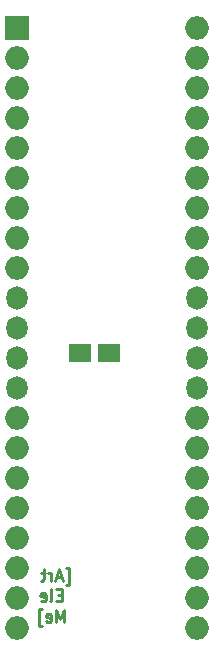
<source format=gbs>
G04 #@! TF.FileFunction,Soldermask,Bot*
%FSLAX46Y46*%
G04 Gerber Fmt 4.6, Leading zero omitted, Abs format (unit mm)*
G04 Created by KiCad (PCBNEW 4.0.7-e2-6376~58~ubuntu16.04.1) date Tue Aug 20 20:43:04 2024*
%MOMM*%
%LPD*%
G01*
G04 APERTURE LIST*
%ADD10C,0.100000*%
%ADD11C,0.250000*%
%ADD12R,1.900000X1.650000*%
%ADD13R,2.000000X2.000000*%
%ADD14O,2.000000X2.000000*%
%ADD15O,1.800000X2.000000*%
G04 APERTURE END LIST*
D10*
D11*
X152463333Y-152125714D02*
X152701429Y-152125714D01*
X152701429Y-150697143D01*
X152463333Y-150697143D01*
X152130000Y-151506667D02*
X151653809Y-151506667D01*
X152225238Y-151792381D02*
X151891905Y-150792381D01*
X151558571Y-151792381D01*
X151225238Y-151792381D02*
X151225238Y-151125714D01*
X151225238Y-151316190D02*
X151177619Y-151220952D01*
X151130000Y-151173333D01*
X151034762Y-151125714D01*
X150939523Y-151125714D01*
X150749047Y-151125714D02*
X150368095Y-151125714D01*
X150606190Y-150792381D02*
X150606190Y-151649524D01*
X150558571Y-151744762D01*
X150463333Y-151792381D01*
X150368095Y-151792381D01*
X152153810Y-153018571D02*
X151820476Y-153018571D01*
X151677619Y-153542381D02*
X152153810Y-153542381D01*
X152153810Y-152542381D01*
X151677619Y-152542381D01*
X151106191Y-153542381D02*
X151201429Y-153494762D01*
X151249048Y-153399524D01*
X151249048Y-152542381D01*
X150344285Y-153494762D02*
X150439523Y-153542381D01*
X150630000Y-153542381D01*
X150725238Y-153494762D01*
X150772857Y-153399524D01*
X150772857Y-153018571D01*
X150725238Y-152923333D01*
X150630000Y-152875714D01*
X150439523Y-152875714D01*
X150344285Y-152923333D01*
X150296666Y-153018571D01*
X150296666Y-153113810D01*
X150772857Y-153209048D01*
X152344286Y-155292381D02*
X152344286Y-154292381D01*
X152010952Y-155006667D01*
X151677619Y-154292381D01*
X151677619Y-155292381D01*
X150820476Y-155244762D02*
X150915714Y-155292381D01*
X151106191Y-155292381D01*
X151201429Y-155244762D01*
X151249048Y-155149524D01*
X151249048Y-154768571D01*
X151201429Y-154673333D01*
X151106191Y-154625714D01*
X150915714Y-154625714D01*
X150820476Y-154673333D01*
X150772857Y-154768571D01*
X150772857Y-154863810D01*
X151249048Y-154959048D01*
X150439524Y-155625714D02*
X150201429Y-155625714D01*
X150201429Y-154197143D01*
X150439524Y-154197143D01*
D12*
X156130000Y-132540000D03*
X153630000Y-132540000D03*
D13*
X148330000Y-104970000D03*
D14*
X163570000Y-155770000D03*
X148330000Y-107510000D03*
X163570000Y-153230000D03*
X148330000Y-110050000D03*
X163570000Y-150690000D03*
X148330000Y-112590000D03*
X163570000Y-148150000D03*
X148330000Y-115130000D03*
X163570000Y-145610000D03*
X148330000Y-117670000D03*
X163570000Y-143070000D03*
X148330000Y-120210000D03*
X163570000Y-140530000D03*
X148330000Y-122750000D03*
X163570000Y-137990000D03*
X148330000Y-125290000D03*
D15*
X163570000Y-135450000D03*
X148330000Y-127830000D03*
X163570000Y-132910000D03*
X148330000Y-130370000D03*
X163570000Y-130370000D03*
X148330000Y-132910000D03*
X163570000Y-127830000D03*
X148330000Y-135450000D03*
D14*
X163570000Y-125290000D03*
X148330000Y-137990000D03*
X163570000Y-122750000D03*
X148330000Y-140530000D03*
X163570000Y-120210000D03*
X148330000Y-143070000D03*
X163570000Y-117670000D03*
X148330000Y-145610000D03*
X163570000Y-115130000D03*
X148330000Y-148150000D03*
X163570000Y-112590000D03*
X148330000Y-150690000D03*
X163570000Y-110050000D03*
X148330000Y-153230000D03*
X163570000Y-107510000D03*
X148330000Y-155770000D03*
X163570000Y-104970000D03*
M02*

</source>
